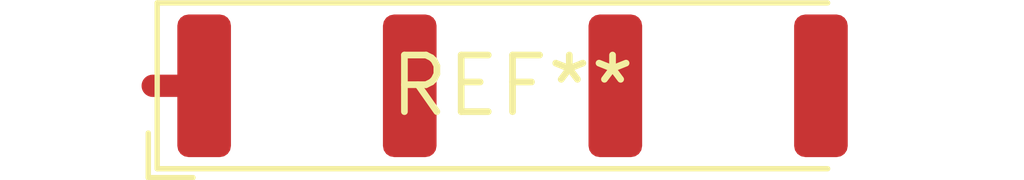
<source format=kicad_pcb>
(kicad_pcb (version 20240108) (generator pcbnew)
  (layers (0 "F.Cu" signal) (31 "B.Cu" signal) (34 "B.Paste" user) (35 "F.Paste" user) (36 "B.SilkS" user "B.Silkscreen") (37 "F.SilkS" user "F.Silkscreen") (38 "B.Mask" user) (39 "F.Mask" user) (44 "Edge.Cuts" user))
  (net 0 "")
  (footprint "Antenova_SR4G013_GPS" (layer "F.Cu") (at 0 0)
    (property "Reference" "REF**")
    (property "Value" "Antenova_SR4G013_GPS")
    (fp_line (start -8.05 0) (end -6.9 0) (layer "F.Cu") (stroke (width 0.5)))
    (fp_line (start -8.15 1.06) (end -8.15 2.06) (layer "F.SilkS") (stroke (width 0.12)))
    (fp_line (start -8.15 2.06) (end -7.15 2.06) (layer "F.SilkS") (stroke (width 0.12)))
    (fp_line (start -7.95 -1.86) (end -7.95 1.86) (layer "F.SilkS") (stroke (width 0.12)))
    (fp_line (start -7.95 -1.86) (end 7.05 -1.86) (layer "F.SilkS") (stroke (width 0.12)))
    (fp_line (start -7.95 1.86) (end 7.05 1.86) (layer "F.SilkS") (stroke (width 0.12)))
    (pad "1" smd roundrect (at -6.9 0) (size 1.2 3.2) (layers "F.Cu" "F.Paste" "F.Mask") (roundrect_rratio 0.2083333333))
    (pad "2" smd roundrect (at -8.05 0) (size 0.3 0.3) (layers "F.Cu"))
    (pad "2" smd roundrect (at -2.3 0) (size 1.2 3.2) (layers "F.Cu" "F.Paste" "F.Mask") (roundrect_rratio 0.2083333333))
    (pad "2" smd roundrect (at 2.3 0) (size 1.2 3.2) (layers "F.Cu" "F.Paste" "F.Mask") (roundrect_rratio 0.2083333333))
    (pad "2" smd roundrect (at 6.9 0) (size 1.2 3.2) (layers "F.Cu" "F.Paste" "F.Mask") (roundrect_rratio 0.2083333333))
  )
)
</source>
